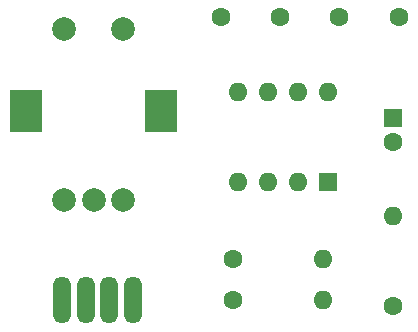
<source format=gbs>
%TF.GenerationSoftware,KiCad,Pcbnew,(6.0.5-0)*%
%TF.CreationDate,2022-05-25T22:38:33-04:00*%
%TF.ProjectId,jv-2080-enc,6a762d32-3038-4302-9d65-6e632e6b6963,1*%
%TF.SameCoordinates,Original*%
%TF.FileFunction,Soldermask,Bot*%
%TF.FilePolarity,Negative*%
%FSLAX46Y46*%
G04 Gerber Fmt 4.6, Leading zero omitted, Abs format (unit mm)*
G04 Created by KiCad (PCBNEW (6.0.5-0)) date 2022-05-25 22:38:33*
%MOMM*%
%LPD*%
G01*
G04 APERTURE LIST*
%ADD10C,2.000000*%
%ADD11R,2.800000X3.600000*%
%ADD12C,1.600000*%
%ADD13O,1.600000X1.600000*%
%ADD14R,1.600000X1.600000*%
%ADD15C,0.100000*%
%ADD16O,1.500000X4.000000*%
G04 APERTURE END LIST*
D10*
%TO.C,SW1*%
X128200000Y-87500000D03*
X133200000Y-87500000D03*
D11*
X125000000Y-94500000D03*
X136400000Y-94500000D03*
D10*
X128200000Y-102000000D03*
X133200000Y-102000000D03*
X130700000Y-102000000D03*
%TD*%
D12*
%TO.C,R1*%
X142500000Y-110500000D03*
D13*
X150120000Y-110500000D03*
%TD*%
D12*
%TO.C,R2*%
X142500000Y-107000000D03*
D13*
X150120000Y-107000000D03*
%TD*%
D12*
%TO.C,C2*%
X151500000Y-86500000D03*
X156500000Y-86500000D03*
%TD*%
%TO.C,R3*%
X156000000Y-111000000D03*
D13*
X156000000Y-103380000D03*
%TD*%
D14*
%TO.C,U1*%
X150500000Y-100500000D03*
D13*
X147960000Y-100500000D03*
X145420000Y-100500000D03*
X142880000Y-100500000D03*
X142880000Y-92880000D03*
X145420000Y-92880000D03*
X147960000Y-92880000D03*
X150500000Y-92880000D03*
%TD*%
D15*
%TO.C,J1*%
X125500000Y-110500000D03*
X136500000Y-110500000D03*
D16*
X134000000Y-110500000D03*
X132000000Y-110500000D03*
X130000000Y-110500000D03*
X128000000Y-110500000D03*
%TD*%
D12*
%TO.C,C3*%
X141500000Y-86500000D03*
X146500000Y-86500000D03*
%TD*%
D14*
%TO.C,C1*%
X156000000Y-95044888D03*
D12*
X156000000Y-97044888D03*
%TD*%
M02*

</source>
